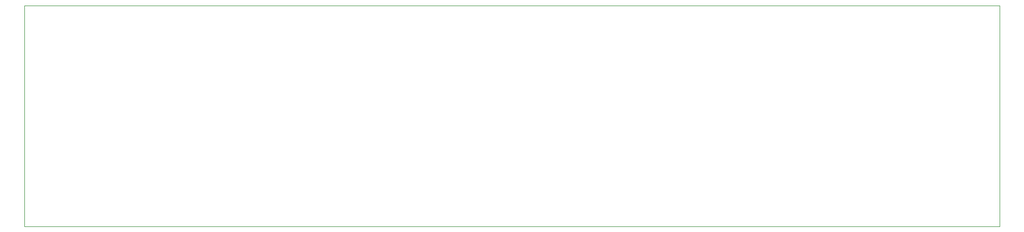
<source format=gbr>
G04 #@! TF.GenerationSoftware,KiCad,Pcbnew,5.1.2-f72e74a~84~ubuntu18.04.1*
G04 #@! TF.CreationDate,2019-11-25T11:50:28+01:00*
G04 #@! TF.ProjectId,match_attenuator,6d617463-685f-4617-9474-656e7561746f,rev?*
G04 #@! TF.SameCoordinates,Original*
G04 #@! TF.FileFunction,Profile,NP*
%FSLAX46Y46*%
G04 Gerber Fmt 4.6, Leading zero omitted, Abs format (unit mm)*
G04 Created by KiCad (PCBNEW 5.1.2-f72e74a~84~ubuntu18.04.1) date 2019-11-25 11:50:28*
%MOMM*%
%LPD*%
G04 APERTURE LIST*
%ADD10C,0.050000*%
G04 APERTURE END LIST*
D10*
X231140000Y-143510000D02*
X231140000Y-139700000D01*
X68580000Y-143510000D02*
X231140000Y-143510000D01*
X68580000Y-106680000D02*
X68580000Y-143510000D01*
X231140000Y-106680000D02*
X68580000Y-106680000D01*
X231140000Y-139700000D02*
X231140000Y-106680000D01*
M02*

</source>
